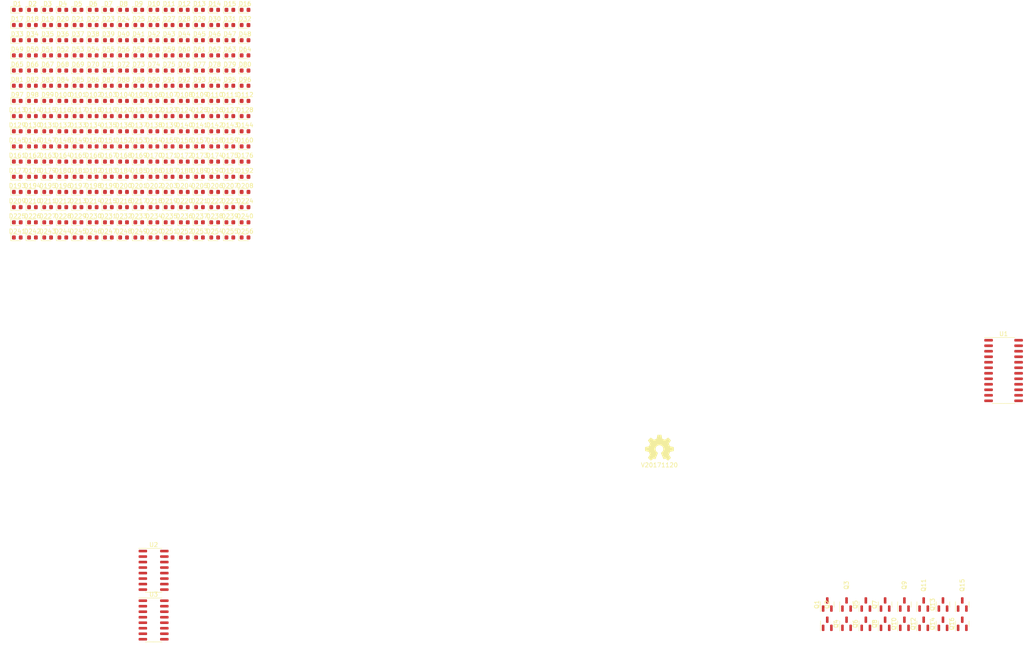
<source format=kicad_pcb>
(kicad_pcb (version 20210824) (generator pcbnew)
  (layers (0 "F.Cu" signal) (1 "In1.Cu" signal) (2 "In2.Cu" signal) (31 "B.Cu" signal) (34 "B.Paste" user) (35 "F.Paste" user) (36 "B.SilkS" user "B.Silkscreen") (37 "F.SilkS" user "F.Silkscreen") (38 "B.Mask" user) (39 "F.Mask" user) (44 "Edge.Cuts" user))
  (net 0 "")
  (net 1 "/LED Matrix 16x16/LED_K0")
  (net 2 "/LED_A0")
  (net 3 "/LED_A1")
  (net 4 "/LED_A2")
  (net 5 "/LED_A3")
  (net 6 "/LED_A4")
  (net 7 "/LED_A5")
  (net 8 "/LED_A6")
  (net 9 "/LED_A7")
  (net 10 "/LED_A8")
  (net 11 "/LED_A9")
  (net 12 "/LED_A10")
  (net 13 "/LED_A11")
  (net 14 "/LED_A12")
  (net 15 "/LED_A13")
  (net 16 "/LED_A14")
  (net 17 "/LED_A15")
  (net 18 "/LED Matrix 16x16/LED_K1")
  (net 19 "/LED Matrix 16x16/LED_K2")
  (net 20 "/LED Matrix 16x16/LED_K3")
  (net 21 "/LED Matrix 16x16/LED_K4")
  (net 22 "/LED Matrix 16x16/LED_K5")
  (net 23 "/LED Matrix 16x16/LED_K6")
  (net 24 "/LED Matrix 16x16/LED_K7")
  (net 25 "/LED Matrix 16x16/LED_K8")
  (net 26 "/LED Matrix 16x16/LED_K9")
  (net 27 "/LED Matrix 16x16/LED_K10")
  (net 28 "/LED Matrix 16x16/LED_K11")
  (net 29 "/LED Matrix 16x16/LED_K12")
  (net 30 "/LED Matrix 16x16/LED_K13")
  (net 31 "/LED Matrix 16x16/LED_K14")
  (net 32 "/LED Matrix 16x16/LED_K15")
  (net 33 "/G_0")
  (net 34 "+5V")
  (net 35 "/G_1")
  (net 36 "/G_2")
  (net 37 "/G_3")
  (net 38 "/G_4")
  (net 39 "/G_5")
  (net 40 "/G_6")
  (net 41 "/G_7")
  (net 42 "/G_8")
  (net 43 "/G_9")
  (net 44 "/G_10")
  (net 45 "/G_11")
  (net 46 "/G_12")
  (net 47 "/G_13")
  (net 48 "/G_14")
  (footprint "Symbols:OSHW-Symbol_6.7x6mm_SilkScreen" (layer "F.Cu") (at 148 101)
    (fp_text reference "N1" hide)
    (fp_text value "OHWLOGO" hide)
  )
  (footprint "SquantorLabels:Label_version" (layer "F.Cu") (at 148 105)
    (fp_text reference "N2" hide)
    (fp_text value "V20171120")
  )
  (footprint "LED_SMD:LED_0603_1608Metric" (layer "F.Cu") (at 14 14)
    (fp_text reference "D69")
    (fp_text value "LED_Small")
  )
  (footprint "LED_SMD:LED_0603_1608Metric" (layer "F.Cu") (at 10.5 45.5)
    (fp_text reference "D212")
    (fp_text value "LED_Small")
  )
  (footprint "LED_SMD:LED_0603_1608Metric" (layer "F.Cu") (at 49 10.5)
    (fp_text reference "D63")
    (fp_text value "LED_Small")
  )
  (footprint "LED_SMD:LED_0603_1608Metric" (layer "F.Cu") (at 14 38.5)
    (fp_text reference "D181")
    (fp_text value "LED_Small")
  )
  (footprint "LED_SMD:LED_0603_1608Metric" (layer "F.Cu") (at 0 0)
    (fp_text reference "D1")
    (fp_text value "LED_Small")
  )
  (footprint "LED_SMD:LED_0603_1608Metric" (layer "F.Cu") (at 52.5 17.5)
    (fp_text reference "D96")
    (fp_text value "LED_Small")
  )
  (footprint "LED_SMD:LED_0603_1608Metric" (layer "F.Cu") (at 52.5 7)
    (fp_text reference "D48")
    (fp_text value "LED_Small")
  )
  (footprint "LED_SMD:LED_0603_1608Metric" (layer "F.Cu") (at 28 0)
    (fp_text reference "D9")
    (fp_text value "LED_Small")
  )
  (footprint "LED_SMD:LED_0603_1608Metric" (layer "F.Cu") (at 24.5 0)
    (fp_text reference "D8")
    (fp_text value "LED_Small")
  )
  (footprint "LED_SMD:LED_0603_1608Metric" (layer "F.Cu") (at 24.5 49)
    (fp_text reference "D232")
    (fp_text value "LED_Small")
  )
  (footprint "LED_SMD:LED_0603_1608Metric" (layer "F.Cu") (at 0 17.5)
    (fp_text reference "D81")
    (fp_text value "LED_Small")
  )
  (footprint "LED_SMD:LED_0603_1608Metric" (layer "F.Cu") (at 0 3.5)
    (fp_text reference "D17")
    (fp_text value "LED_Small")
  )
  (footprint "LED_SMD:LED_0603_1608Metric" (layer "F.Cu") (at 28 42)
    (fp_text reference "D201")
    (fp_text value "LED_Small")
  )
  (footprint "LED_SMD:LED_0603_1608Metric" (layer "F.Cu") (at 14 3.5)
    (fp_text reference "D21")
    (fp_text value "LED_Small")
  )
  (footprint "LED_SMD:LED_0603_1608Metric" (layer "F.Cu") (at 24.5 10.5)
    (fp_text reference "D56")
    (fp_text value "LED_Small")
  )
  (footprint "LED_SMD:LED_0603_1608Metric" (layer "F.Cu") (at 17.5 49)
    (fp_text reference "D230")
    (fp_text value "LED_Small")
  )
  (footprint "LED_SMD:LED_0603_1608Metric" (layer "F.Cu") (at 14 10.5)
    (fp_text reference "D53")
    (fp_text value "LED_Small")
  )
  (footprint "LED_SMD:LED_0603_1608Metric" (layer "F.Cu") (at 42 28)
    (fp_text reference "D141")
    (fp_text value "LED_Small")
  )
  (footprint "LED_SMD:LED_0603_1608Metric" (layer "F.Cu") (at 28 38.5)
    (fp_text reference "D185")
    (fp_text value "LED_Small")
  )
  (footprint "LED_SMD:LED_0603_1608Metric" (layer "F.Cu") (at 0 52.5)
    (fp_text reference "D241")
    (fp_text value "LED_Small")
  )
  (footprint "LED_SMD:LED_0603_1608Metric" (layer "F.Cu") (at 38.5 24.5)
    (fp_text reference "D124")
    (fp_text value "LED_Small")
  )
  (footprint "LED_SMD:LED_0603_1608Metric" (layer "F.Cu") (at 7 31.5)
    (fp_text reference "D147")
    (fp_text value "LED_Small")
  )
  (footprint "LED_SMD:LED_0603_1608Metric" (layer "F.Cu") (at 31.5 21)
    (fp_text reference "D106")
    (fp_text value "LED_Small")
  )
  (footprint "Package_TO_SOT_SMD:SOT-23" (layer "F.Cu") (at 208.915 137.16 90)
    (fp_text reference "Q11")
    (fp_text value "pCh SO23")
  )
  (footprint "LED_SMD:LED_0603_1608Metric" (layer "F.Cu") (at 35 14)
    (fp_text reference "D75")
    (fp_text value "LED_Small")
  )
  (footprint "LED_SMD:LED_0603_1608Metric" (layer "F.Cu") (at 42 24.5)
    (fp_text reference "D125")
    (fp_text value "LED_Small")
  )
  (footprint "Package_SO:SO-24_5.3x15mm_P1.27mm" (layer "F.Cu") (at 227.33 83.185)
    (fp_text reference "U1")
    (fp_text value "MBI5029")
  )
  (footprint "LED_SMD:LED_0603_1608Metric" (layer "F.Cu") (at 0 28)
    (fp_text reference "D129")
    (fp_text value "LED_Small")
  )
  (footprint "LED_SMD:LED_0603_1608Metric" (layer "F.Cu") (at 24.5 35)
    (fp_text reference "D168")
    (fp_text value "LED_Small")
  )
  (footprint "Package_TO_SOT_SMD:SOT-23" (layer "F.Cu") (at 213.36 137.16 90)
    (fp_text reference "Q13")
    (fp_text value "pCh SO23")
  )
  (footprint "LED_SMD:LED_0603_1608Metric" (layer "F.Cu") (at 31.5 0)
    (fp_text reference "D10")
    (fp_text value "LED_Small")
  )
  (footprint "LED_SMD:LED_0603_1608Metric" (layer "F.Cu") (at 21 45.5)
    (fp_text reference "D215")
    (fp_text value "LED_Small")
  )
  (footprint "LED_SMD:LED_0603_1608Metric" (layer "F.Cu") (at 24.5 24.5)
    (fp_text reference "D120")
    (fp_text value "LED_Small")
  )
  (footprint "LED_SMD:LED_0603_1608Metric" (layer "F.Cu") (at 17.5 21)
    (fp_text reference "D102")
    (fp_text value "LED_Small")
  )
  (footprint "LED_SMD:LED_0603_1608Metric" (layer "F.Cu") (at 3.5 10.5)
    (fp_text reference "D50")
    (fp_text value "LED_Small")
  )
  (footprint "LED_SMD:LED_0603_1608Metric" (layer "F.Cu") (at 42 52.5)
    (fp_text reference "D253")
    (fp_text value "LED_Small")
  )
  (footprint "LED_SMD:LED_0603_1608Metric" (layer "F.Cu") (at 3.5 7)
    (fp_text reference "D34")
    (fp_text value "LED_Small")
  )
  (footprint "Package_TO_SOT_SMD:SOT-23" (layer "F.Cu") (at 208.915 141.605 90)
    (fp_text reference "Q12")
    (fp_text value "pCh SO23")
  )
  (footprint "LED_SMD:LED_0603_1608Metric" (layer "F.Cu") (at 52.5 38.5)
    (fp_text reference "D192")
    (fp_text value "LED_Small")
  )
  (footprint "LED_SMD:LED_0603_1608Metric" (layer "F.Cu") (at 31.5 17.5)
    (fp_text reference "D90")
    (fp_text value "LED_Small")
  )
  (footprint "LED_SMD:LED_0603_1608Metric" (layer "F.Cu") (at 49 21)
    (fp_text reference "D111")
    (fp_text value "LED_Small")
  )
  (footprint "LED_SMD:LED_0603_1608Metric" (layer "F.Cu") (at 49 45.5)
    (fp_text reference "D223")
    (fp_text value "LED_Small")
  )
  (footprint "LED_SMD:LED_0603_1608Metric" (layer "F.Cu") (at 24.5 31.5)
    (fp_text reference "D152")
    (fp_text value "LED_Small")
  )
  (footprint "LED_SMD:LED_0603_1608Metric" (layer "F.Cu") (at 31.5 14)
    (fp_text reference "D74")
    (fp_text value "LED_Small")
  )
  (footprint "LED_SMD:LED_0603_1608Metric" (layer "F.Cu") (at 21 7)
    (fp_text reference "D39")
    (fp_text value "LED_Small")
  )
  (footprint "LED_SMD:LED_0603_1608Metric" (layer "F.Cu") (at 10.5 38.5)
    (fp_text reference "D180")
    (fp_text value "LED_Small")
  )
  (footprint "LED_SMD:LED_0603_1608Metric" (layer "F.Cu") (at 28 10.5)
    (fp_text reference "D57")
    (fp_text value "LED_Small")
  )
  (footprint "Package_TO_SOT_SMD:SOT-23" (layer "F.Cu") (at 213.36 141.605 90)
    (fp_text reference "Q14")
    (fp_text value "pCh SO23")
  )
  (footprint "LED_SMD:LED_0603_1608Metric" (layer "F.Cu") (at 52.5 31.5)
    (fp_text reference "D160")
    (fp_text value "LED_Small")
  )
  (footprint "Package_TO_SOT_SMD:SOT-23" (layer "F.Cu") (at 217.805 141.605 90)
    (fp_text reference "Q16")
    (fp_text value "pCh SO23")
  )
  (footprint "LED_SMD:LED_0603_1608Metric" (layer "F.Cu") (at 45.5 38.5)
    (fp_text reference "D190")
    (fp_text value "LED_Small")
  )
  (footprint "LED_SMD:LED_0603_1608Metric" (layer "F.Cu") (at 21 0)
    (fp_text reference "D7")
    (fp_text value "LED_Small")
  )
  (footprint "LED_SMD:LED_0603_1608Metric" (layer "F.Cu") (at 24.5 7)
    (fp_text reference "D40")
    (fp_text value "LED_Small")
  )
  (footprint "LED_SMD:LED_0603_1608Metric" (layer "F.Cu") (at 7 42)
    (fp_text reference "D195")
    (fp_text value "LED_Small")
  )
  (footprint "LED_SMD:LED_0603_1608Metric" (layer "F.Cu") (at 3.5 3.5)
    (fp_text reference "D18")
    (fp_text value "LED_Small")
  )
  (footprint "LED_SMD:LED_0603_1608Metric" (layer "F.Cu") (at 17.5 0)
    (fp_text reference "D6")
    (fp_text value "LED_Small")
  )
  (footprint "LED_SMD:LED_0603_1608Metric" (layer "F.Cu") (at 21 42)
    (fp_text reference "D199")
    (fp_text value "LED_Small")
  )
  (footprint "LED_SMD:LED_0603_1608Metric" (layer "F.Cu") (at 45.5 42)
    (fp_text reference "D206")
    (fp_text value "LED_Small")
  )
  (footprint "LED_SMD:LED_0603_1608Metric" (layer "F.Cu") (at 35 17.5)
    (fp_text reference "D91")
    (fp_text value "LED_Small")
  )
  (footprint "LED_SMD:LED_0603_1608Metric" (layer "F.Cu") (at 10.5 21)
    (fp_text reference "D100")
    (fp_text value "LED_Small")
  )
  (footprint "LED_SMD:LED_0603_1608Metric" (layer "F.Cu") (at 42 38.5)
    (fp_text reference "D189")
    (fp_text value "LED_Small")
  )
  (footprint "LED_SMD:LED_0603_1608Metric" (layer "F.Cu") (at 31.5 7)
    (fp_text reference "D42")
    (fp_text value "LED_Small")
  )
  (footprint "LED_SMD:LED_0603_1608Metric" (layer "F.Cu") (at 49 28)
    (fp_text reference "D143")
    (fp_text value "LED_Small")
  )
  (footprint "LED_SMD:LED_0603_1608Metric" (layer "F.Cu") (at 38.5 31.5)
    (fp_text reference "D156")
    (fp_text value "LED_Small")
  )
  (footprint "LED_SMD:LED_0603_1608Metric" (layer "F.Cu") (at 45.5 7)
    (fp_text reference "D46")
    (fp_text value "LED_Small")
  )
  (footprint "LED_SMD:LED_0603_1608Metric" (layer "F.Cu") (at 14 28)
    (fp_text reference "D133")
    (fp_text value "LED_Small")
  )
  (footprint "LED_SMD:LED_0603_1608Metric" (layer "F.Cu") (at 0 14)
    (fp_text reference "D65")
    (fp_text value "LED_Small")
  )
  (footprint "LED_SMD:LED_0603_1608Metric" (layer "F.Cu") (at 14 0)
    (fp_text reference "D5")
    (fp_text value "LED_Small")
  )
  (footprint "LED_SMD:LED_0603_1608Metric" (layer "F.Cu") (at 10.5 31.5)
    (fp_text reference "D148")
    (fp_text value "LED_Small")
  )
  (footprint "LED_SMD:LED_0603_1608Metric" (layer "F.Cu") (at 42 0)
    (fp_text reference "D13")
    (fp_text value "LED_Small")
  )
  (footprint "LED_SMD:LED_0603_1608Metric" (layer "F.Cu") (at 38.5 14)
    (fp_text reference "D76")
    (fp_text value "LED_Small")
  )
  (footprint "LED_SMD:LED_0603_1608Metric" (layer "F.Cu") (at 3.5 24.5)
    (fp_text reference "D114")
    (fp_text value "LED_Small")
  )
  (footprint "LED_SMD:LED_0603_1608Metric" (layer "F.Cu") (at 0 49)
    (fp_text reference "D225")
    (fp_text value "LED_Small")
  )
  (footprint "LED_SMD:LED_0603_1608Metric" (layer "F.Cu") (at 24.5 14)
    (fp_text reference "D72")
    (fp_text value "LED_Small")
  )
  (footprint "LED_SMD:LED_0603_1608Metric" (layer "F.Cu") (at 0 24.5)
    (fp_text reference "D113")
    (fp_text value "LED_Small")
  )
  (footprint "LED_SMD:LED_0603_1608Metric" (layer "F.Cu") (at 52.5 21)
    (fp_text reference "D112")
    (fp_text value "LED_Small")
  )
  (footprint "LED_SMD:LED_0603_1608Metric" (layer "F.Cu") (at 28 31.5)
    (fp_text reference "D153")
    (fp_text value "LED_Small")
  )
  (footprint "LED_SMD:LED_0603_1608Metric" (layer "F.Cu") (at 0 10.5)
    (fp_text reference "D49")
    (fp_text value "LED_Small")
  )
  (footprint "LED_SMD:LED_0603_1608Metric" (layer "F.Cu") (at 7 21)
    (fp_text reference "D99")
    (fp_text value "LED_Small")
  )
  (footprint "LED_SMD:LED_0603_1608Metric" (layer "F.Cu") (at 45.5 17.5)
    (fp_text reference "D94")
    (fp_text value "LED_Small")
  )
  (footprint "LED_SMD:LED_0603_1608Metric" (layer "F.Cu") (at 45.5 52.5)
    (fp_text reference "D254")
    (fp_text value "LED_Small")
  )
  (footprint "LED_SMD:LED_0603_1608Metric" (layer "F.Cu") (at 42 17.5)
    (fp_text reference "D93")
    (fp_text value "LED_Small")
  )
  (footprint "LED_SMD:LED_0603_1608Metric" (layer "F.Cu") (at 49 38.5)
    (fp_text reference "D191")
    (fp_text value "LED_Small")
  )
  (footprint "LED_SMD:LED_0603_1608Metric" (layer "F.Cu") (at 10.5 3.5)
    (fp_text reference "D20")
    (fp_text value "LED_Small")
  )
  (footprint "LED_SMD:LED_0603_1608Metric" (layer "F.Cu") (at 38.5 21)
    (fp_text reference "D108")
    (fp_text value "LED_Small")
  )
  (footprint "LED_SMD:LED_0603_1608Metric" (layer "F.Cu") (at 52.5 3.5)
    (fp_text reference "D32")
    (fp_text value "LED_Small")
  )
  (footprint "LED_SMD:LED_0603_1608Metric" (layer "F.Cu") (at 3.5 38.5)
    (fp_text reference "D178")
    (fp_text value "LED_Small")
  )
  (footprint "LED_SMD:LED_0603_1608Metric" (layer "F.Cu") (at 24.5 38.5)
    (fp_text reference "D184")
    (fp_text value "LED_Small")
  )
  (footprint "LED_SMD:LED_0603_1608Metric" (layer "F.Cu") (at 35 35)
    (fp_text reference "D171")
    (fp_text value "LED_Small")
  )
  (footprint "Package_TO_SOT_SMD:SOT-23" (layer "F.Cu") (at 195.58 137.16 90)
    (fp_text reference "Q5")
    (fp_text value "pCh SO23")
  )
  (footprint "LED_SMD:LED_0603_1608Metric" (layer "F.Cu") (at 17.5 17.5)
    (fp_text reference "D86")
    (fp_text value "LED_Small")
  )
  (footprint "LED_SMD:LED_0603_1608Metric" (layer "F.Cu") (at 10.5 17.5)
    (fp_text reference "D84")
    (fp_text value "LED_Small")
  )
  (footprint "LED_SMD:LED_0603_1608Metric" (layer "F.Cu") (at 0 31.5)
    (fp_text reference "D145")
    (fp_text value "LED_Small")
  )
  (footprint "LED_SMD:LED_0603_1608Metric" (layer "F.Cu") (at 0 42)
    (fp_text reference "D193")
    (fp_text value "LED_Small")
  )
  (footprint "LED_SMD:LED_0603_1608Metric" (layer "F.Cu") (at 10.5 42)
    (fp_text reference "D196")
    (fp_text value "LED_Small")
  )
  (footprint "LED_SMD:LED_0603_1608Metric" (layer "F.Cu") (at 21 28)
    (fp_text reference "D135")
    (fp_text value "LED_Small")
  )
  (footprint "LED_SMD:LED_0603_1608Metric" (layer "F.Cu") (at 42 45.5)
    (fp_text reference "D221")
    (fp_text value "LED_Small")
  )
  (footprint "LED_SMD:LED_0603_1608Metric" (layer "F.Cu") (at 10.5 35)
    (fp_text reference "D164")
    (fp_text value "LED_Small")
  )
  (footprint "LED_SMD:LED_0603_1608Metric" (layer "F.Cu") (at 35 38.5)
    (fp_text reference "D187")
    (fp_text value "LED_Small")
  )
  (footprint "Package_SO:SOIC-16_3.9x9.9mm_P1.27mm" (layer "F.Cu") (at 31.421 129.276)
    (fp_text reference "U2")
    (fp_text value "74HC237")
  )
  (footprint "LED_SMD:LED_0603_1608Metric" (layer "F.Cu") (at 14 49)
    (fp_text reference "D229")
    (fp_text value "LED_Small")
  )
  (footprint "LED_SMD:LED_0603_1608Metric" (layer "F.Cu") (at 28 7)
    (fp_text reference "D41")
    (fp_text value "LED_Small")
  )
  (footprint "LED_SMD:LED_0603_1608Metric" (layer "F.Cu") (at 28 24.5)
    (fp_text reference "D121")
    (fp_text value "LED_Small")
  )
  (footprint "LED_SMD:LED_0603_1608Metric" (layer "F.Cu") (at 52.5 24.5)
    (fp_text reference "D128")
    (fp_text value "LED_Small")
  )
  (footprint "LED_SMD:LED_0603_1608Metric" (layer "F.Cu") (at 17.5 38.5)
    (fp_text reference "D182")
    (fp_text value "LED_Small")
  )
  (footprint "LED_SMD:LED_0603_1608Metric" (layer "F.Cu") (at 52.5 45.5)
    (fp_text reference "D224")
    (fp_text value "LED_Small")
  )
  (footprint "LED_SMD:LED_0603_1608Metric" (layer "F.Cu") (at 45.5 24.5)
    (fp_text reference "D126")
    (fp_text value "LED_Small")
  )
  (footprint "LED_SMD:LED_0603_1608Metric" (layer "F.Cu") (at 35 31.5)
    (fp_text reference "D155")
    (fp_text value "LED_Small")
  )
  (footprint "LED_SMD:LED_0603_1608Metric" (layer "F.Cu") (at 45.5 49)
    (fp_text reference "D238")
    (fp_text value "LED_Small")
  )
  (footprint "LED_SMD:LED_0603_1608Metric" (layer "F.Cu") (at 0 35)
    (fp_text reference "D161")
    (fp_text value "LED_Small")
  )
  (footprint "LED_SMD:LED_0603_1608Metric" (layer "F.Cu") (at 52.5 0)
    (fp_text reference "D16")
    (fp_text value "LED_Small")
  )
  (footprint "LED_SMD:LED_0603_1608Metric" (layer "F.Cu") (at 7 52.5)
    (fp_text reference "D243")
    (fp_text value "LED_Small")
  )
  (footprint "LED_SMD:LED_0603_1608Metric" (layer "F.Cu") (at 28 35)
    (fp_text reference "D169")
    (fp_text value "LED_Small")
  )
  (footprint "LED_SMD:LED_0603_1608Metric" (layer "F.Cu") (at 45.5 14)
    (fp_text reference "D78")
    (fp_text value "LED_Small")
  )
  (footprint "LED_SMD:LED_0603_1608Metric" (layer "F.Cu") (at 28 3.5)
    (fp_text reference "D25")
    (fp_text value "LED_Small")
  )
  (footprint "LED_SMD:LED_0603_1608Metric" (layer "F.Cu") (at 49 31.5)
    (fp_text reference "D159")
    (fp_text value "LED_Small")
  )
  (footprint "LED_SMD:LED_0603_1608Metric" (layer "F.Cu") (at 45.5 0)
    (fp_text reference "D14")
    (fp_text value "LED_Small")
  )
  (footprint "LED_SMD:LED_0603_1608Metric" (layer "F.Cu") (at 3.5 0)
    (fp_text reference "D2")
    (fp_text value "LED_Small")
  )
  (footprint "LED_SMD:LED_0603_1608Metric" (layer "F.Cu") (at 42 7)
    (fp_text reference "D45")
    (fp_text value "LED_Small")
  )
  (footprint "LED_SMD:LED_0603_1608Metric" (layer "F.Cu") (at 35 49)
    (fp_text reference "D235")
    (fp_text value "LED_Small")
  )
  (footprint "LED_SMD:LED_0603_1608Metric" (layer "F.Cu") (at 7 3.5)
    (fp_text reference "D19")
    (fp_text value "LED_Small")
  )
  (footprint "LED_SMD:LED_0603_1608Metric" (layer "F.Cu") (at 10.5 0)
    (fp_text reference "D4")
    (fp_text value "LED_Small")
  )
  (footprint "LED_SMD:LED_0603_1608Metric" (layer "F.Cu") (at 21 24.5)
    (fp_text reference "D119")
    (fp_text value "LED_Small")
  )
  (footprint "LED_SMD:LED_0603_1608Metric" (layer "F.Cu") (at 10.5 24.5)
    (fp_text reference "D116")
    (fp_text value "LED_Small")
  )
  (footprint "LED_SMD:LED_0603_1608Metric" (layer "F.Cu") (at 28 52.5)
    (fp_text reference "D249")
    (fp_text value "LED_Small")
  )
  (footprint "LED_SMD:LED_0603_1608Metric" (layer "F.Cu") (at 31.5 31.5)
    (fp_text reference "D154")
    (fp_text value "LED_Small")
  )
  (footprint "Package_TO_SOT_SMD:SOT-23" (layer "F.Cu") (at 204.47 137.16 90)
    (fp_text reference "Q9")
    (fp_text value "pCh SO23")
  )
  (footprint "LED_SMD:LED_0603_1608Metric" (layer "F.Cu") (at 17.5 14)
    (fp_text reference "D70")
    (fp_text value "LED_Small")
  )
  (footprint "LED_SMD:LED_0603_1608Metric" (layer "F.Cu") (at 3.5 49)
    (fp_text reference "D226")
    (fp_text value "LED_Small")
  )
  (footprint "Package_TO_SOT_SMD:SOT-23" (layer "F.Cu") (at 186.69 137.16 90)
    (fp_text reference "Q1")
    (fp_text value "pCh SO23")
  )
  (footprint "LED_SMD:LED_0603_1608Metric" (layer "F.Cu") (at 42 35)
    (fp_text reference "D173")
    (fp_text value "LED_Small")
  )
  (footprint "LED_SMD:LED_0603_1608Metric" (layer "F.Cu") (at 38.5 0)
    (fp_text reference "D12")
    (fp_text value "LED_Small")
  )
  (footprint "LED_SMD:LED_0603_1608Metric" (layer "F.Cu") (at 24.5 45.5)
    (fp_text reference "D216")
    (fp_text value "LED_Small")
  )
  (footprint "LED_SMD:LED_0603_1608Metric" (layer "F.Cu") (at 14 21)
    (fp_text reference "D101")
    (fp_text value "LED_Small")
  )
  (footprint "LED_SMD:LED_0603_1608Metric" (layer "F.Cu") (at 38.5 45.5)
    (fp_text reference "D220")
    (fp_text value "LED_Small")
  )
  (footprint "LED_SMD:LED_0603_1608Metric" (layer "F.Cu") (at 21 10.5)
    (fp_text reference "D55")
    (fp_text value "LED_Small")
  )
  (footprint "LED_SMD:LED_0603_1608Metric" (layer "F.Cu") (at 45.5 31.5)
    (fp_text reference "D158")
    (fp_text value "LED_Small")
  )
  (footprint "LED_SMD:LED_0603_1608Metric" (layer "F.Cu") (at 49 35)
    (fp_text reference "D175")
    (fp_text value "LED_Small")
  )
  (footprint "Package_TO_SOT_SMD:SOT-23" (layer "F.Cu") (at 195.58 141.605 90)
    (fp_text reference "Q6")
    (fp_text value "pCh SO23")
  )
  (footprint "LED_SMD:LED_0603_1608Metric" (layer "F.Cu") (at 35 0)
    (fp_text reference "D11")
    (fp_text value "LED_Small")
  )
  (footprint "LED_SMD:LED_0603_1608Metric" (layer "F.Cu") (at 24.5 52.5)
    (fp_text reference "D248")
    (fp_text value "LED_Small")
  )
  (footprint "LED_SMD:LED_0603_1608Metric" (layer "F.Cu") (at 10.5 7)
    (fp_text reference "D36")
    (fp_text value "LED_Small")
  )
  (footprint "LED_SMD:LED_0603_1608Metric" (layer "F.Cu") (at 17.5 3.5)
    (fp_text reference "D22")
    (fp_text value "LED_Small")
  )
  (footprint "LED_SMD:LED_0603_1608Metric" (layer "F.Cu") (at 45.5 35)
    (fp_text reference "D174")
    (fp_text value "LED_Small")
  )
  (footprint "LED_SMD:LED_0603_1608Metric" (layer "F.Cu") (at 38.5 28)
    (fp_text reference "D140")
    (fp_text value "LED_Small")
  )
  (footprint "LED_SMD:LED_0603_1608Metric" (layer "F.Cu") (at 49 3.5)
    (fp_text reference "D31")
    (fp_text value "LED_Small")
  )
  (footprint "LED_SMD:LED_0603_1608Metric" (layer "F.Cu") (at 3.5 42)
    (fp_text reference "D194")
    (fp_text value "LED_Small")
  )
  (footprint "LED_SMD:LED_0603_1608Metric" (layer "F.Cu") (at 42 10.5)
    (fp_text reference "D61")
    (fp_text value "LED_Small")
  )
  (footprint "LED_SMD:LED_0603_1608Metric" (layer "F.Cu") (at 17.5 35)
    (fp_text reference "D166")
    (fp_text value "LED_Small")
  )
  (footprint "LED_SMD:LED_0603_1608Metric" (layer "F.Cu") (at 3.5 17.5)
    (fp_text reference "D82")
    (fp_text value "LED_Small")
  )
  (footprint "LED_SMD:LED_0603_1608Metric" (layer "F.Cu") (at 52.5 35)
    (fp_text reference "D176")
    (fp_text value "LED_Small")
  )
  (footprint "LED_SMD:LED_0603_1608Metric" (layer "F.Cu") (at 3.5 28)
    (fp_text reference "D130")
    (fp_text value "LED_Small")
  )
  (footprint "LED_SMD:LED_0603_1608Metric" (layer "F.Cu") (at 7 14)
    (fp_text reference "D67")
    (fp_text value "LED_Small")
  )
  (footprint "LED_SMD:LED_0603_1608Metric" (layer "F.Cu") (at 31.5 3.5)
    (fp_text reference "D26")
    (fp_text value "LED_Small")
  )
  (footprint "LED_SMD:LED_0603_1608Metric" (layer "F.Cu") (at 10.5 52.5)
    (fp_text reference "D244")
    (fp_text value "LED_Small")
  )
  (footprint "LED_SMD:LED_0603_1608Metric" (layer "F.Cu") (at 35 21)
    (fp_text reference "D107")
    (fp_text value "LED_Small")
  )
  (footprint "LED_SMD:LED_0603_1608Metric" (layer "F.Cu") (at 28 28)
    (fp_text reference "D137")
    (fp_text value "LED_Small")
  )
  (footprint "LED_SMD:LED_0603_1608Metric" (layer "F.Cu") (at 35 24.5)
    (fp_text reference "D123")
    (fp_text value "LED_Small")
  )
  (footprint "LED_SMD:LED_0603_1608Metric" (layer "F.Cu") (at 35 52.5)
    (fp_text reference "D251")
    (fp_text value "LED_Small")
  )
  (footprint "LED_SMD:LED_0603_1608Metric" (layer "F.Cu") (at 14 7)
    (fp_text reference "D37")
    (fp_text value "LED_Small")
  )
  (footprint "LED_SMD:LED_0603_1608Metric" (layer "F.Cu") (at 7 0)
    (fp_text reference "D3")
    (fp_text value "LED_Small")
  )
  (footprint "Package_TO_SOT_SMD:SOT-23" (layer "F.Cu") (at 217.805 137.16 90)
    (fp_text reference "Q15")
    (fp_text value "pCh SO23")
  )
  (footprint "Package_TO_SOT_SMD:SOT-23" (layer "F.Cu") (at 200.025 141.605 90)
    (fp_text reference "Q8")
    (fp_text value "pCh SO23")
  )
  (footprint "LED_SMD:LED_0603_1608Metric" (layer "F.Cu") (at 17.5 28)
    (fp_text reference "D134")
    (fp_text value "LED_Small")
  )
  (footprint "LED_SMD:LED_0603_1608Metric" (layer "F.Cu") (at 52.5 28)
    (fp_text reference "D144")
    (fp_text value "LED_Small")
  )
  (footprint "LED_SMD:LED_0603_1608Metric" (layer "F.Cu") (at 49 42)
    (fp_text reference "D207")
    (fp_text value "LED_Small")
  )
  (footprint "Package_TO_SOT_SMD:SOT-23" (layer "F.Cu") (at 200.025 137.16 90)
    (fp_text reference "Q7")
    (fp_text value "pCh SO23")
  )
  (footprint "LED_SMD:LED_0603_1608Metric" (layer "F.Cu") (at 14 42)
    (fp_text reference "D197")
    (fp_text value "LED_Small")
  )
  (footprint "LED_SMD:LED_0603_1608Metric" (layer "F.Cu") (at 38.5 52.5)
    (fp_text reference "D252")
    (fp_text value "LED_Small")
  )
  (footprint "LED_SMD:LED_0603_1608Metric" (layer "F.Cu") (at 3.5 31.5)
    (fp_text reference "D146")
    (fp_text value "LED_Small")
  )
  (footprint "LED_SMD:LED_0603_1608Metric" (layer "F.Cu") (at 7 28)
    (fp_text reference "D131")
    (fp_text value "LED_Small")
  )
  (footprint "LED_SMD:LED_0603_1608Metric" (layer "F.Cu") (at 21 38.5)
    (fp_text reference "D183")
    (fp_text value "LED_Small")
  )
  (footprint "LED_SMD:LED_0603_1608Metric" (layer "F.Cu") (at 17.5 24.5)
    (fp_text reference "D118")
    (fp_text value "LED_Small")
  )
  (footprint "LED_SMD:LED_0603_1608Metric" (layer "F.Cu") (at 38.5 17.5)
    (fp_text reference "D92")
    (fp_text value "LED_Small")
  )
  (footprint "LED_SMD:LED_0603_1608Metric" (layer "F.Cu") (at 35 3.5)
    (fp_text reference "D27")
    (fp_text value "LED_Small")
  )
  (footprint "LED_SMD:LED_0603_1608Metric" (layer "F.Cu") (at 28 49)
    (fp_text reference "D233")
    (fp_text value "LED_Small")
  )
  (footprint "LED_SMD:LED_0603_1608Metric" (layer "F.Cu") (at 14 17.5)
    (fp_text reference "D85")
    (fp_text value "LED_Small")
  )
  (footprint "LED_SMD:LED_0603_1608Metric" (layer "F.Cu") (at 21 31.5)
    (fp_text reference "D151")
    (fp_text value "LED_Small")
  )
  (footprint "LED_SMD:LED_0603_1608Metric" (layer "F.Cu") (at 49 24.5)
    (fp_text reference "D127")
    (fp_text value "LED_Small")
  )
  (footprint "LED_SMD:LED_0603_1608Metric" (layer "F.Cu") (at 17.5 45.5)
    (fp_text reference "D214")
    (fp_text value "LED_Small")
  )
  (footprint "LED_SMD:LED_0603_1608Metric" (layer "F.Cu") (at 3.5 35)
    (fp_text reference "D162")
    (fp_text value "LED_Small")
  )
  (footprint "LED_SMD:LED_0603_1608Metric" (layer "F.Cu") (at 49 49)
    (fp_text reference "D239")
    (fp_text value "LED_Small")
  )
  (footprint "LED_SMD:LED_0603_1608Metric" (layer "F.Cu") (at 38.5 38.5)
    (fp_text reference "D188")
    (fp_text value "LED_Small")
  )
  (footprint "LED_SMD:LED_0603_1608Metric" (layer "F.Cu") (at 49 7)
    (fp_text reference "D47")
    (fp_text value "LED_Small")
  )
  (footprint "LED_SMD:LED_0603_1608Metric" (layer "F.Cu") (at 35 7)
    (fp_text reference "D43")
    (fp_text value "LED_Small")
  )
  (footprint "LED_SMD:LED_0603_1608Metric" (layer "F.Cu") (at 7 24.5)
    (fp_text reference "D115")
    (fp_text value "LED_Small")
  )
  (footprint "LED_SMD:LED_0603_1608Metric" (layer "F.Cu") (at 42 14)
    (fp_text reference "D77")
    (fp_text value "LED_Small")
  )
  (footprint "Package_TO_SOT_SMD:SOT-23" (layer "F.Cu") (at 191.135 141.605 90)
    (fp_text reference "Q4")
    (fp_text value "pCh SO23")
  )
  (footprint "LED_SMD:LED_0603_1608Metric" (layer "F.Cu") (at 49 14)
    (fp_text reference "D79")
    (fp_text value "LED_Small")
  )
  (footprint "Package_TO_SOT_SMD:SOT-23" (layer "F.Cu") (at 191.135 137.16 90)
    (fp_text reference "Q3")
    (fp_text value "pCh SO23")
  )
  (footprint "LED_SMD:LED_0603_1608Metric" (layer "F.Cu") (at 10.5 49)
    (fp_text reference "D228")
    (fp_text value "LED_Small")
  )
  (footprint "LED_SMD:LED_0603_1608Metric" (layer "F.Cu") (at 42 31.5)
    (fp_text reference "D157")
    (fp_text value "LED_Small")
  )
  (footprint "LED_SMD:LED_0603_1608Metric" (layer "F.Cu") (at 31.5 38.5)
    (fp_text reference "D186")
    (fp_text value "LED_Small")
  )
  (footprint "LED_SMD:LED_0603_1608Metric" (layer "F.Cu") (at 31.5 28)
    (fp_text reference "D138")
    (fp_text value "LED_Small")
  )
  (footprint "LED_SMD:LED_0603_1608Metric" (layer "F.Cu") (at 7 38.5)
    (fp_text reference "D179")
    (fp_text value "LED_Small")
  )
  (footprint "LED_SMD:LED_0603_1608Metric" (layer "F.Cu") (at 14 24.5)
    (fp_text reference "D117")
    (fp_text value "LED_Small")
  )
  (footprint "LED_SMD:LED_0603_1608Metric" (layer "F.Cu") (at 0 21)
    (fp_text reference "D97")
    (fp_text value "LED_Small")
  )
  (footprint "LED_SMD:LED_0603_1608Metric" (layer "F.Cu") (at 3.5 45.5)
    (fp_text reference "D210")
    (fp_text value "LED_Small")
  )
  (footprint "LED_SMD:LED_0603_1608Metric" (layer "F.Cu") (at 21 52.5)
    (fp_text reference "D247")
    (fp_text value "LED_Small")
  )
  (footprint "LED_SMD:LED_0603_1608Metric" (layer "F.Cu") (at 52.5 14)
    (fp_text reference "D80")
    (fp_text value "LED_Small")
  )
  (footprint "LED_SMD:LED_0603_1608Metric" (layer "F.Cu") (at 24.5 17.5)
    (fp_text reference "D88")
    (fp_text value "LED_Small")
  )
  (footprint "LED_SMD:LED_0603_1608Metric" (layer "F.Cu") (at 45.5 28)
    (fp_text reference "D142")
    (fp_text value "LED_Small")
  )
  (footprint "LED_SMD:LED_0603_1608Metric" (layer "F.Cu") (at 38.5 3.5)
    (fp_text reference "D28")
    (fp_text value "LED_Small")
  )
  (footprint "LED_SMD:LED_0603_1608Metric" (layer "F.Cu") (at 38.5 7)
    (fp_text reference "D44")
    (fp_text value "LED_Small")
  )
  (footprint "LED_SMD:LED_0603_1608Metric" (layer "F.Cu") (at 0 45.5)
    (fp_text reference "D209")
    (fp_text value "LED_Small")
  )
  (footprint "Package_SO:SOIC-16_3.9x9.9mm_P1.27mm" (layer "F.Cu") (at 31.421 140.726)
    (fp_text reference "U3")
    (fp_text value "74HC237")
  )
  (footprint "LED_SMD:LED_0603_1608Metric" (layer "F.Cu") (at 21 35)
    (fp_text reference "D167")
    (fp_text value "LED_Small")
  )
  (footprint "LED_SMD:LED_0603_1608Metric" (layer "F.Cu") (at 35 28)
    (fp_text reference "D139")
    (fp_text value "LED_Small")
  )
  (footprint "LED_SMD:LED_0603_1608Metric" (layer "F.Cu") (at 10.5 28)
    (fp_text reference "D132")
    (fp_text value "LED_Small")
  )
  (footprint "LED_SMD:LED_0603_1608Metric" (layer "F.Cu") (at 7 35)
    (fp_text reference "D163")
    (fp_text value "LED_Small")
  )
  (footprint "LED_SMD:LED_0603_1608Metric" (layer "F.Cu") (at 31.5 24.5)
    (fp_text reference "D122")
    (fp_text value "LED_Small")
  )
  (footprint "LED_SMD:LED_0603_1608Metric" (layer "F.Cu") (at 17.5 10.5)
    (fp_text reference "D54")
    (fp_text value "LED_Small")
  )
  (footprint "LED_SMD:LED_0603_1608Metric" (layer "F.Cu") (at 28 21)
    (fp_text reference "D105")
    (fp_text value "LED_Small")
  )
  (footprint "LED_SMD:LED_0603_1608Metric" (layer "F.Cu") (at 24.5 21)
    (fp_text reference "D104")
    (fp_text value "LED_Small")
  )
  (footprint "LED_SMD:LED_0603_1608Metric" (layer "F.Cu") (at 7 45.5)
    (fp_text reference "D211")
    (fp_text value "LED_Small")
  )
  (footprint "LED_SMD:LED_0603_1608Metric" (layer "F.Cu") (at 17.5 7)
    (fp_text reference "D38")
    (fp_text value "LED_Small")
  )
  (footprint "LED_SMD:LED_0603_1608Metric" (layer "F.Cu") (at 17.5 52.5)
    (fp_text reference "D246")
    (fp_text value "LED_Small")
  )
  (footprint "Package_TO_SOT_SMD:SOT-23" (layer "F.Cu") (at 204.47 141.605 90)
    (fp_text reference "Q10")
    (fp_text value "pCh SO23")
  )
  (footprint "LED_SMD:LED_0603_1608Metric" (layer "F.Cu") (at 31.5 42)
    (fp_text reference "D202")
    (fp_text value "LED_Small")
  )
  (footprint "LED_SMD:LED_0603_1608Metric" (layer "F.Cu") (at 7 7)
    (fp_text reference "D35")
    (fp_text value "LED_Small")
  )
  (footprint "LED_SMD:LED_0603_1608Metric" (layer "F.Cu") (at 14 31.5)
    (fp_text reference "D149")
    (fp_text value "LED_Small")
  )
  (footprint "LED_SMD:LED_0603_1608Metric" (layer "F.Cu") (at 10.5 10.5)
    (fp_text reference "D52")
    (fp_text value "LED_Small")
  )
  (footprint "LED_SMD:LED_0603_1608Metric" (layer "F.Cu") (at 35 10.5)
    (fp_text reference "D59")
    (fp_text value "LED_Small")
  )
  (footprint "Package_TO_SOT_SMD:SOT-23" (layer "F.Cu") (at 186.69 141.605 90)
    (fp_text reference "Q2")
    (fp_text value "pCh SO23")
  )
  (footprint "LED_SMD:LED_0603_1608Metric" (layer "F.Cu") (at 14 45.5)
    (fp_text reference "D213")
    (fp_text value "LED_Small")
  )
  (footprint "LED_SMD:LED_0603_1608Metric" (layer "F.Cu") (at 42 42)
    (fp_text reference "D205")
    (fp_text value "LED_Small")
  )
  (footprint "LED_SMD:LED_0603_1608Metric" (layer "F.Cu") (at 3.5 52.5)
    (fp_text reference "D242")
    (fp_text value "LED_Small")
  )
  (footprint "LED_SMD:LED_0603_1608Metric" (layer "F.Cu") (at 21 3.5)
    (fp_text reference "D23")
    (fp_text value "LED_Small")
  )
  (footprint "LED_SMD:LED_0603_1608Metric" (layer "F.Cu") (at 49 17.5)
    (fp_text reference "D95")
    (fp_text value "LED_Small")
  )
  (footprint "LED_SMD:LED_0603_1608Metric" (layer "F.Cu") (at 28 17.5)
    (fp_text reference "D89")
    (fp_text value "LED_Small")
  )
  (footprint "LED_SMD:LED_0603_1608Metric" (layer "F.Cu") (at 31.5 35)
    (fp_text reference "D170")
    (fp_text value "LED_Small")
  )
  (footprint "LED_SMD:LED_0603_1608Metric" (layer "F.Cu") (at 24.5 28)
    (fp_text reference "D136")
    (fp_text value "LED_Small")
  )
  (footprint "LED_SMD:LED_0603_1608Metric" (layer "F.Cu") (at 17.5 31.5)
    (fp_text reference "D150")
    (fp_text value "LED_Small")
  )
  (footprint "LED_SMD:LED_0603_1608Metric" (layer "F.Cu") (at 21 14)
    (fp_text reference "D71")
    (fp_text value "LED_Small")
  )
  (footprint "LED_SMD:LED_0603_1608Metric" (layer "F.Cu") (at 21 21)
    (fp_text reference "D103")
    (fp_text value "LED_Small")
  )
  (footprint "LED_SMD:LED_0603_1608Metric" (layer "F.Cu") (at 49 0)
    (fp_text reference "D15")
    (fp_text value "LED_Small")
  )
  (footprint "LED_SMD:LED_0603_1608Metric" (layer "F.Cu") (at 14 52.5)
    (fp_text reference "D245")
    (fp_text value "LED_Small")
  )
  (footprint "LED_SMD:LED_0603_1608Metric" (layer "F.Cu") (at 45.5 10.5)
    (fp_text reference "D62")
    (fp_text value "LED_Small")
  )
  (footprint "LED_SMD:LED_0603_1608Metric" (layer "F.Cu") (at 31.5 45.5)
    (fp_text reference "D218")
    (fp_text value "LED_Small")
  )
  (footprint "LED_SMD:LED_0603_1608Metric" (layer "F.Cu") (at 10.5 14)
    (fp_text reference "D68")
    (fp_text value "LED_Small")
  )
  (footprint "LED_SMD:LED_0603_1608Metric" (layer "F.Cu") (at 21 17.5)
    (fp_text reference "D87")
    (fp_text value "LED_Small")
  )
  (footprint "LED_SMD:LED_0603_1608Metric" (layer "F.Cu") (at 42 3.5)
    (fp_text reference "D29")
    (fp_text value "LED_Small")
  )
  (footprint "LED_SMD:LED_0603_1608Metric" (layer "F.Cu") (at 7 17.5)
    (fp_text reference "D83")
    (fp_text value "LED_Small")
  )
  (footprint "LED_SMD:LED_0603_1608Metric" (layer "F.Cu") (at 52.5 10.5)
    (fp_text reference "D64")
    (fp_text value "LED_Small")
  )
  (footprint "LED_SMD:LED_0603_1608Metric" (layer "F.Cu") (at 38.5 35)
    (fp_text reference "D172")
    (fp_text value "LED_Small")
  )
  (footprint "LED_SMD:LED_0603_1608Metric" (layer "F.Cu") (at 45.5 21)
    (fp_text reference "D110")
    (fp_text value "LED_Small")
  )
  (footprint "LED_SMD:LED_0603_1608Metric" (layer "F.Cu") (at 21 49)
    (fp_text reference "D231")
    (fp_text value "LED_Small")
  )
  (footprint "LED_SMD:LED_0603_1608Metric" (layer "F.Cu") (at 35 42)
    (fp_text reference "D203")
    (fp_text value "LED_Small")
  )
  (footprint "LED_SMD:LED_0603_1608Metric" (layer "F.Cu") (at 3.5 21)
    (fp_text reference "D98")
    (fp_text value "LED_Small")
  )
  (footprint "LED_SMD:LED_0603_1608Metric" (layer "F.Cu") (at 52.5 49)
    (fp_text reference "D240")
    (fp_text value "LED_Small")
  )
  (footprint "LED_SMD:LED_0603_1608Metric" (layer "F.Cu") (at 24.5 42)
    (fp_text reference "D200")
    (fp_text value "LED_Small")
  )
  (footprint "LED_SMD:LED_0603_1608Metric" (layer "F.Cu") (at 31.5 49)
    (fp_text reference "D234")
    (fp_text value "LED_Small")
  )
  (footprint "LED_SMD:LED_0603_1608Metric" (layer "F.Cu") (at 45.5 3.5)
    (fp_text reference "D30")
    (fp_text value "LED_Small")
  )
  (footprint "LED_SMD:LED_0603_1608Metric" (layer "F.Cu") (at 38.5 10.5)
    (fp_text reference "D60")
    (fp_text value "LED_Small")
  )
  (footprint "LED_SMD:LED_0603_1608Metric" (layer "F.Cu") (at 52.5 52.5)
    (fp_text reference "D256")
    (fp_text value "LED_Small")
  )
  (footprint "LED_SMD:LED_0603_1608Metric" (layer "F.Cu") (at 42 49)
    (fp_text reference "D237")
    (fp_text value "LED_Small")
  )
  (footprint "LED_SMD:LED_0603_1608Metric" (layer "F.Cu") (at 45.5 45.5)
    (fp_text reference "D222")
    (fp_text value "LED_Small")
  )
  (footprint "LED_SMD:LED_0603_1608Metric" (layer "F.Cu") (at 3.5 14)
    (fp_text reference "D66")
    (fp_text value "LED_Small")
  )
  (footprint "LED_SMD:LED_0603_1608Metric" (layer "F.Cu") (at 14 35)
    (fp_text reference "D165")
    (fp_text value "LED_Small")
  )
  (footprint "LED_SMD:LED_0603_1608Metric" (layer "F.Cu") (at 24.5 3.5)
    (fp_text reference "D24")
    (fp_text value "LED_Small")
  )
  (footprint "LED_SMD:LED_0603_1608Metric" (layer "F.Cu") (at 52.5 42)
    (fp_text reference "D208")
    (fp_text value "LED_Small")
  )
  (footprint "LED_SMD:LED_0603_1608Metric" (layer "F.Cu") (at 0 7)
    (fp_text reference "D33")
    (fp_text value "LED_Small")
  )
  (footprint "LED_SMD:LED_0603_1608Metric" (layer "F.Cu") (at 17.5 42)
    (fp_text reference "D198")
    (fp_text value "LED_Small")
  )
  (footprint "LED_SMD:LED_0603_1608Metric" (layer "F.Cu") (at 38.5 49)
    (fp_text reference "D236")
    (fp_text value "LED_Small")
  )
  (footprint "LED_SMD:LED_0603_1608Metric" (layer "F.Cu") (at 31.5 52.5)
    (fp_text reference "D250")
    (fp_text value "LED_Small")
  )
  (footprint "LED_SMD:LED_0603_1608Metric" (layer "F.Cu") (at 7 49)
    (fp_text reference "D227")
    (fp_text value "LED_Small")
  )
  (footprint "LED_SMD:LED_0603_1608Metric" (layer "F.Cu") (at 49 52.5)
    (fp_text reference "D255")
    (fp_text value "LED_Small")
  )
  (footprint "LED_SMD:LED_0603_1608Metric" (layer "F.Cu") (at 42 21)
    (fp_text reference "D109")
    (fp_text value "LED_Small")
  )
  (footprint "LED_SMD:LED_0603_1608Metric" (layer "F.Cu") (at 28 45.5)
    (fp_text reference "D217")
    (fp_text value "LED_Small")
  )
  (footprint "LED_SMD:LED_0603_1608Metric" (layer "F.Cu") (at 31.5 10.5)
    (fp_text reference "D58")
    (fp_text value "LED_Small")
  )
  (footprint "LED_SMD:LED_0603_1608Metric" (layer "F.Cu") (at 7 10.5)
    (fp_text reference "D51")
    (fp_text value "LED_Small")
  )
  (footprint "LED_SMD:LED_0603_1608Metric" (layer "F.Cu") (at 38.5 42)
    (fp_text reference "D204")
    (fp_text value "LED_Small")
  )
  (footprint "LED_SMD:LED_0603_1608Metric" (layer "F.Cu") (at 35 45.5)
    (fp_text reference "D219")
    (fp_text value "LED_Small")
  )
  (footprint "LED_SMD:LED_0603_1608Metric" (layer "F.Cu") (at 28 14)
    (fp_text reference "D73")
    (fp_text value "LED_Small")
  )
  (footprint "LED_SMD:LED_0603_1608Metric" (layer "F.Cu") (at 0 38.5)
    (fp_text reference "D177")
    (fp_text value "LED_Small")
  )
)
</source>
